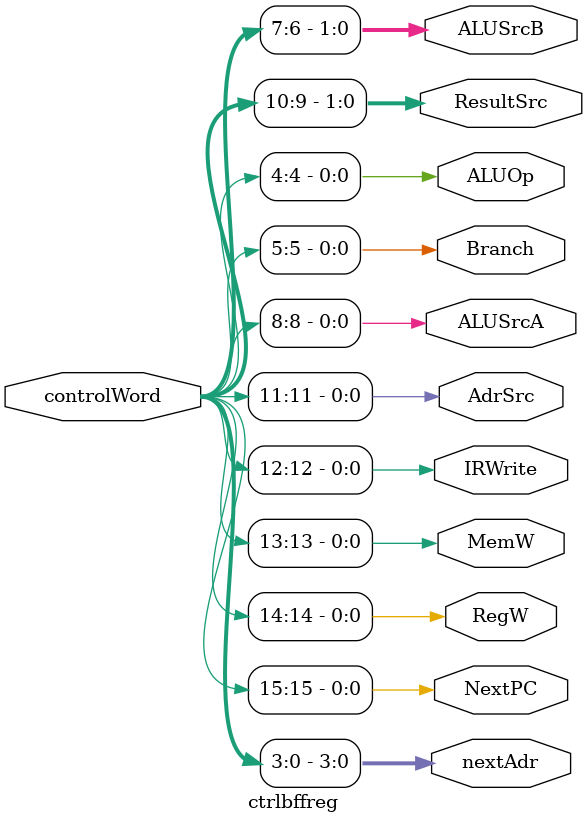
<source format=sv>
module ctrlbffreg(input logic [15:0] controlWord,
	output logic [3:0] nextAdr,
	output logic NextPC, RegW, MemW, IRWrite, AdrSrc, ALUSrcA, Branch, ALUOp,
	output logic [1:0] ResultSrc, ALUSrcB);
	
	always_comb
		{NextPC, RegW, MemW, IRWrite, AdrSrc, ResultSrc,ALUSrcA, ALUSrcB, Branch, ALUOp, nextAdr} = controlWord[15:0];

endmodule

</source>
